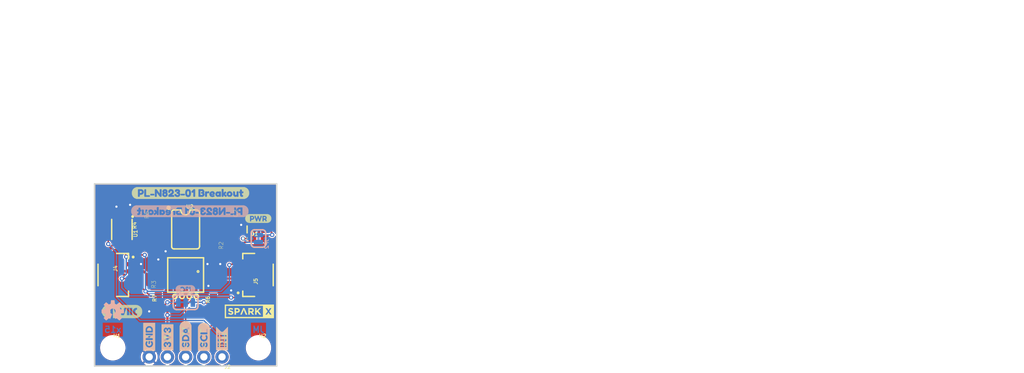
<source format=kicad_pcb>
(kicad_pcb (version 20211014) (generator pcbnew)
  (layers (0 "F.Cu" signal) (31 "B.Cu" signal) (34 "B.Paste" user) (35 "F.Paste" user) (36 "B.SilkS" user "B.Silkscreen") (37 "F.SilkS" user "F.Silkscreen") (38 "B.Mask" user) (39 "F.Mask" user) (44 "Edge.Cuts" user))
  (net 0 "")
  (net 1 "GND")
  (net 2 "N$2")
  (net 3 "SOURCE")
  (net 4 "SIGNAL")
  (net 5 "SDA")
  (net 6 "SCL")
  (net 7 "N$1")
  (net 8 "N$4")
  (net 9 "N$5")
  (net 10 "N$6")
  (net 11 "N$3")
  (net 12 "~{INT}")
  (net 13 "3.3V")
  (footprint "eagleBoard:SO08" (layer "F.Cu") (at 148.5011 98.6536 -90)
    (fp_text reference "U2" (at -3.175 0) (layer "F.SilkS") (effects (font (size 0.512064 0.512064) (thickness 0.097536)) (justify left)))
    (fp_text value "LMV358")
    (pad "1" smd rect (at -1.905 2.8 270) (size 0.6 1.2) (layers "F.Cu" "F.Paste" "F.Mask") (net 4 "SIGNAL"))
    (pad "2" smd rect (at -0.635 2.8 270) (size 0.6 1.2) (layers "F.Cu" "F.Paste" "F.Mask") (net 7 "N$1"))
    (pad "3" smd rect (at 0.635 2.8 270) (size 0.6 1.2) (layers "F.Cu" "F.Paste" "F.Mask") (net 3 "SOURCE"))
    (pad "4" smd rect (at 1.905 2.8 270) (size 0.6 1.2) (layers "F.Cu" "F.Paste" "F.Mask") (net 1 "GND"))
    (pad "5" smd rect (at 1.905 -2.8 270) (size 0.6 1.2) (layers "F.Cu" "F.Paste" "F.Mask"))
    (pad "6" smd rect (at 0.635 -2.8 270) (size 0.6 1.2) (layers "F.Cu" "F.Paste" "F.Mask"))
    (pad "7" smd rect (at -0.635 -2.8 270) (size 0.6 1.2) (layers "F.Cu" "F.Paste" "F.Mask"))
    (pad "8" smd rect (at -1.905 -2.8 270) (size 0.6 1.2) (layers "F.Cu" "F.Paste" "F.Mask") (net 13 "3.3V"))
  )
  (footprint "eagleBoard:SDA-[)" (layer "F.Cu") (at 148.5011 116.0526 90)
    (fp_text reference "U$2" hide)
    (fp_text value "" hide)
  )
  (footprint "eagleBoard:SPARKX-SMALL" (layer "F.Cu") (at 157.3911 110.0836)
    (fp_text reference "U$10" hide)
    (fp_text value "" hide)
  )
  (footprint "eagleBoard:0603" (layer "F.Cu") (at 153.5811 98.6536 -90)
    (fp_text reference "R2" (at 1.651 0.127 90) (layer "F.SilkS") (effects (font (size 0.570586 0.570586) (thickness 0.039014)) (justify right)))
    (fp_text value "10k")
    (pad "1" smd rect (at -0.85 0 270) (size 1.1 1) (layers "F.Cu" "F.Paste" "F.Mask") (net 13 "3.3V"))
    (pad "2" smd rect (at 0.85 0 270) (size 1.1 1) (layers "F.Cu" "F.Paste" "F.Mask") (net 2 "N$2"))
  )
  (footprint "eagleBoard:PWR-()-03" (layer "F.Cu") (at 156.7561 97.1296)
    (fp_text reference "U$9" hide)
    (fp_text value "" hide)
  )
  (footprint "eagleBoard:0603" (layer "F.Cu") (at 144.6911 105.0036 90)
    (fp_text reference "R3" (at -1.905 -0.635 90) (layer "F.SilkS") (effects (font (size 0.570586 0.570586) (thickness 0.039014)) (justify left)))
    (fp_text value "47k")
    (pad "1" smd rect (at -0.85 0 90) (size 1.1 1) (layers "F.Cu" "F.Paste" "F.Mask") (net 3 "SOURCE"))
    (pad "2" smd rect (at 0.85 0 90) (size 1.1 1) (layers "F.Cu" "F.Paste" "F.Mask") (net 1 "GND"))
  )
  (footprint "eagleBoard:0603" (layer "F.Cu") (at 158.6611 99.9236)
    (fp_text reference "R1" (at -2.413 0.127) (layer "F.SilkS") (effects (font (size 0.570586 0.570586) (thickness 0.039014)) (justify left)))
    (fp_text value "27")
    (pad "1" smd rect (at -0.85 0) (size 1.1 1) (layers "F.Cu" "F.Paste" "F.Mask") (net 11 "N$3"))
    (pad "2" smd rect (at 0.85 0) (size 1.1 1) (layers "F.Cu" "F.Paste" "F.Mask") (net 13 "3.3V"))
  )
  (footprint "eagleBoard:MSOP10" (layer "F.Cu") (at 139.6111 98.6536 180)
    (fp_text reference "U1" (at -1.905 0 90) (layer "F.SilkS") (effects (font (size 0.512064 0.512064) (thickness 0.097536)) (justify right)))
    (fp_text value "ADS1015")
    (pad "1" smd rect (at -1 2.05 180) (size 0.3 1) (layers "F.Cu") (net 1 "GND"))
    (pad "2" smd rect (at -0.5 2.05 180) (size 0.3 1) (layers "F.Cu") (net 12 "~{INT}"))
    (pad "3" smd rect (at 0 2.05 180) (size 0.3 1) (layers "F.Cu") (net 1 "GND"))
    (pad "4" smd rect (at 0.5 2.05 180) (size 0.3 1) (layers "F.Cu") (net 4 "SIGNAL"))
    (pad "5" smd rect (at 1 2.05 180) (size 0.3 1) (layers "F.Cu"))
    (pad "6" smd rect (at 1 -2.05) (size 0.3 1) (layers "F.Cu"))
    (pad "7" smd rect (at 0.5 -2.05) (size 0.3 1) (layers "F.Cu"))
    (pad "8" smd rect (at 0 -2.05) (size 0.3 1) (layers "F.Cu") (net 13 "3.3V"))
    (pad "9" smd rect (at -0.5 -2.05) (size 0.3 1) (layers "F.Cu") (net 5 "SDA"))
    (pad "10" smd rect (at -1 -2.05) (size 0.3 1) (layers "F.Cu") (net 6 "SCL"))
  )
  (footprint "eagleBoard:DUMMY" (layer "F.Cu") (at 135.8011 117.7036)
    (fp_text reference "FRAME1" hide)
    (fp_text value "FRAME-LETTERNO_PACKAGE" hide)
  )
  (footprint "eagleBoard:1X05_NO_SILK" (layer "F.Cu") (at 153.5811 116.4336 180)
    (fp_text reference "J2" (at -1.27 -1.397) (layer "F.SilkS") (effects (font (size 0.512064 0.512064) (thickness 0.097536)) (justify right)))
    (fp_text value "")
    (pad "1" thru_hole circle (at 0 0 270) (size 1.8796 1.8796) (drill 1.016) (layers *.Cu *.Mask) (net 12 "~{INT}"))
    (pad "2" thru_hole circle (at 2.54 0 270) (size 1.8796 1.8796) (drill 1.016) (layers *.Cu *.Mask) (net 6 "SCL"))
    (pad "3" thru_hole circle (at 5.08 0 270) (size 1.8796 1.8796) (drill 1.016) (layers *.Cu *.Mask) (net 5 "SDA"))
    (pad "4" thru_hole circle (at 7.62 0 270) (size 1.8796 1.8796) (drill 1.016) (layers *.Cu *.Mask) (net 13 "3.3V"))
    (pad "5" thru_hole circle (at 10.16 0 270) (size 1.8796 1.8796) (drill 1.016) (layers *.Cu *.Mask) (net 1 "GND"))
  )
  (footprint "eagleBoard:JST04_1MM_RA" (layer "F.Cu") (at 140.8811 105.0036 -90)
    (fp_text reference "J4" (at -1.397 2.159 90) (layer "F.SilkS") (effects (font (size 0.512064 0.512064) (thickness 0.097536)) (justify right)))
    (fp_text value "")
    (pad "1" smd rect (at -1.5 0 270) (size 0.6 1.35) (layers "F.Cu" "F.Paste" "F.Mask") (net 1 "GND"))
    (pad "2" smd rect (at -0.5 0 270) (size 0.6 1.35) (layers "F.Cu" "F.Paste" "F.Mask") (net 13 "3.3V"))
    (pad "3" smd rect (at 0.5 0 270) (size 0.6 1.35) (layers "F.Cu" "F.Paste" "F.Mask") (net 5 "SDA"))
    (pad "4" smd rect (at 1.5 0 270) (size 0.6 1.35) (layers "F.Cu" "F.Paste" "F.Mask") (net 6 "SCL"))
    (pad "NC1" smd rect (at 2.8 3.675 270) (size 1.2 2) (layers "F.Cu" "F.Paste" "F.Mask"))
    (pad "NC2" smd rect (at -2.8 3.675 270) (size 1.2 2) (layers "F.Cu" "F.Paste" "F.Mask"))
  )
  (footprint "eagleBoard:0603" (layer "F.Cu") (at 142.1511 98.6536 90)
    (fp_text reference "R4" (at 0 -0.762 90) (layer "F.SilkS") (effects (font (size 0.512064 0.512064) (thickness 0.097536)) (justify left)))
    (fp_text value "1.20k")
    (pad "1" smd rect (at -0.85 0 90) (size 1.1 1) (layers "F.Cu" "F.Paste" "F.Mask") (net 7 "N$1"))
    (pad "2" smd rect (at 0.85 0 90) (size 1.1 1) (layers "F.Cu" "F.Paste" "F.Mask") (net 4 "SIGNAL"))
  )
  (footprint "eagleBoard:QWIIC_COPYRIGHT_SMALL" (layer "F.Cu") (at 139.6111 110.0836)
    (fp_text reference "U$1" hide)
    (fp_text value "" hide)
  )
  (footprint "eagleBoard:PRODUCTION_INSTRUCTIONS" (layer "F.Cu") (at 163.7411 66.9036)
    (fp_text reference "U$3" hide)
    (fp_text value "" hide)
  )
  (footprint "eagleBoard:GND-04" (layer "F.Cu") (at 143.4211 116.0526 90)
    (fp_text reference "U$17" hide)
    (fp_text value "" hide)
  )
  (footprint "eagleBoard:0603" (layer "F.Cu") (at 144.6911 108.8136 90)
    (fp_text reference "R7" (at 0 -0.508 90) (layer "F.SilkS") (effects (font (size 0.512064 0.512064) (thickness 0.097536)) (justify left)))
    (fp_text value "2.2k")
    (pad "1" smd rect (at -0.85 0 90) (size 1.1 1) (layers "F.Cu" "F.Paste" "F.Mask") (net 8 "N$4"))
    (pad "2" smd rect (at 0.85 0 90) (size 1.1 1) (layers "F.Cu" "F.Paste" "F.Mask") (net 6 "SCL"))
  )
  (footprint "eagleBoard:FIDUCIAL-MICRO" (layer "F.Cu") (at 136.8171 93.3196)
    (fp_text reference "FD1" hide)
    (fp_text value "FIDUCIALUFIDUCIAL" hide)
    (pad "1" smd roundrect (at 0 0) (size 0.635 0.635) (layers "F.Cu" "F.Mask") (roundrect_rratio 0.5))
  )
  (footprint "eagleBoard:STAND-OFF-TIGHT" (layer "F.Cu") (at 158.6611 115.1636)
    (fp_text reference "H2" (at 0 -1.651) (layer "F.SilkS") (effects (font (size 0.512064 0.512064) (thickness 0.097536)) (justify left)))
    (fp_text value "STAND-OFFTIGHT")
    (pad "" np_thru_hole circle (at 0 0) (size 3.048 3.048) (drill 3.048) (layers *.Cu *.Mask))
  )
  (footprint "eagleBoard:LED-0603" (layer "F.Cu") (at 158.6611 98.6536 180)
    (fp_text reference "D1" (at 0 -0.635) (layer "F.SilkS") (effects (font (size 0.512064 0.512064) (thickness 0.097536)) (justify right)))
    (fp_text value "BLUE")
    (pad "A" smd roundrect (at -0.877 0 90) (size 1 1) (layers "F.Cu" "F.Paste" "F.Mask") (roundrect_rratio 0.15) (net 10 "N$6"))
    (pad "C" smd roundrect (at 0.877 0 90) (size 1 1) (layers "F.Cu" "F.Paste" "F.Mask") (roundrect_rratio 0.15) (net 1 "GND"))
  )
  (footprint "eagleBoard:INT#-[_-04" (layer "F.Cu") (at 153.5811 116.1796 90)
    (fp_text reference "U$6" hide)
    (fp_text value "" hide)
  )
  (footprint "eagleBoard:PL-N823-01" (layer "F.Cu") (at 148.5011 105.0036)
    (fp_text reference "U3")
    (fp_text value "PL-N823-01")
    (pad "DRAIN" smd rect (at -1.125 1.6125) (size 1.05 1.475) (layers "F.Cu" "F.Paste" "F.Mask") (net 13 "3.3V"))
    (pad "GND@1" smd rect (at 1.125 -1.6125) (size 1.05 1.475) (layers "F.Cu" "F.Paste" "F.Mask") (net 1 "GND"))
    (pad "GND@2" smd rect (at 1.125 1.6125) (size 1.05 1.475) (layers "F.Cu" "F.Paste" "F.Mask") (net 1 "GND"))
    (pad "SOURCE" smd rect (at -1.125 -1.6125) (size 1.05 1.475) (layers "F.Cu" "F.Paste" "F.Mask") (net 3 "SOURCE"))
  )
  (footprint "eagleBoard:3V3-04" (layer "F.Cu") (at 145.9611 116.0526 90)
    (fp_text reference "U$15" hide)
    (fp_text value "" hide)
  )
  (footprint "eagleBoard:0603" (layer "F.Cu") (at 152.3746 109.0041 90)
    (fp_text reference "R6" (at 0 -0.762 90) (layer "F.SilkS") (effects (font (size 0.512064 0.512064) (thickness 0.097536)) (justify left)))
    (fp_text value "2.2k")
    (pad "1" smd rect (at -0.85 0 90) (size 1.1 1) (layers "F.Cu" "F.Paste" "F.Mask") (net 9 "N$5"))
    (pad "2" smd rect (at 0.85 0 90) (size 1.1 1) (layers "F.Cu" "F.Paste" "F.Mask") (net 5 "SDA"))
  )
  (footprint "eagleBoard:0603" (layer "F.Cu") (at 154.8511 98.6536 90)
    (fp_text reference "C2" (at 1.651 0.635 90) (layer "F.SilkS") (effects (font (size 0.570586 0.570586) (thickness 0.039014)) (justify left)))
    (fp_text value "0.1uF")
    (pad "1" smd rect (at -0.85 0 90) (size 1.1 1) (layers "F.Cu" "F.Paste" "F.Mask") (net 2 "N$2"))
    (pad "2" smd rect (at 0.85 0 90) (size 1.1 1) (layers "F.Cu" "F.Paste" "F.Mask") (net 1 "GND"))
  )
  (footprint "eagleBoard:SCL-[)" (layer "F.Cu") (at 151.0411 116.0526 90)
    (fp_text reference "U$12" hide)
    (fp_text value "" hide)
  )
  (footprint "eagleBoard:FIDUCIAL-MICRO" (layer "F.Cu") (at 160.4391 116.9416)
    (fp_text reference "FD2" hide)
    (fp_text value "FIDUCIALUFIDUCIAL" hide)
    (pad "1" smd roundrect (at 0 0) (size 0.635 0.635) (layers "F.Cu" "F.Mask") (roundrect_rratio 0.5))
  )
  (footprint "eagleBoard:PL#N823#01_BREAKOUT0" (layer "F.Cu") (at 140.8811 93.5736)
    (fp_text reference "U$8" hide)
    (fp_text value "" hide)
  )
  (footprint "eagleBoard:0603" (layer "F.Cu") (at 143.4211 98.6536 -90)
    (fp_text reference "R5" (at -2.6035 0.3175 90) (layer "F.SilkS") (effects (font (size 0.570586 0.570586) (thickness 0.039014)) (justify right)))
    (fp_text value "1k")
    (pad "1" smd rect (at -0.85 0 270) (size 1.1 1) (layers "F.Cu" "F.Paste" "F.Mask") (net 1 "GND"))
    (pad "2" smd rect (at 0.85 0 270) (size 1.1 1) (layers "F.Cu" "F.Paste" "F.Mask") (net 7 "N$1"))
  )
  (footprint "eagleBoard:STAND-OFF-TIGHT" (layer "F.Cu") (at 138.3411 115.1636)
    (fp_text reference "H1" (at 0 -1.651) (layer "F.SilkS") (effects (font (size 0.512064 0.512064) (thickness 0.097536)) (justify left)))
    (fp_text value "STAND-OFFTIGHT")
    (pad "" np_thru_hole circle (at 0 0) (size 3.048 3.048) (drill 3.048) (layers *.Cu *.Mask))
  )
  (footprint "eagleBoard:JST04_1MM_RA" (layer "F.Cu") (at 156.1211 105.0036 90)
    (fp_text reference "J5" (at -1.397 2.159 90) (layer "F.SilkS") (effects (font (size 0.512064 0.512064) (thickness 0.097536)) (justify left)))
    (fp_text value "")
    (pad "1" smd rect (at -1.5 0 90) (size 0.6 1.35) (layers "F.Cu" "F.Paste" "F.Mask") (net 1 "GND"))
    (pad "2" smd rect (at -0.5 0 90) (size 0.6 1.35) (layers "F.Cu" "F.Paste" "F.Mask") (net 13 "3.3V"))
    (pad "3" smd rect (at 0.5 0 90) (size 0.6 1.35) (layers "F.Cu" "F.Paste" "F.Mask") (net 5 "SDA"))
    (pad "4" smd rect (at 1.5 0 90) (size 0.6 1.35) (layers "F.Cu" "F.Paste" "F.Mask") (net 6 "SCL"))
    (pad "NC1" smd rect (at 2.8 3.675 90) (size 1.2 2) (layers "F.Cu" "F.Paste" "F.Mask"))
    (pad "NC2" smd rect (at -2.8 3.675 90) (size 1.2 2) (layers "F.Cu" "F.Paste" "F.Mask"))
  )
  (footprint "eagleBoard:SMT-JUMPER_2_NC_TRACE_SILK" (layer "B.Cu") (at 158.6611 99.9236 90)
    (fp_text reference "JP2" (at 0 1.143 90) (layer "B.SilkS") (effects (font (size 0.512064 0.512064) (thickness 0.097536)) (justify left mirror)))
    (fp_text value "JUMPER-SMT_2_NC_TRACE_SILK")
    (fp_poly (pts (xy -0.2032 -0.127) (xy 0.2032 -0.127) (xy 0.2032 0.127) (xy -0.2032 0.127)) (layer "B.Cu") (width 0) (fill solid))
    (pad "1" smd rect (at -0.508 0 90) (size 0.635 1.27) (layers "B.Cu" "B.Mask") (net 11 "N$3"))
    (pad "2" smd rect (at 0.508 0 90) (size 0.635 1.27) (layers "B.Cu" "B.Mask") (net 10 "N$6"))
  )
  (footprint "eagleBoard:SDA-[)" (layer "B.Cu") (at 148.5011 116.0526 90)
    (fp_text reference "U$13" hide)
    (fp_text value "" hide)
  )
  (footprint "eagleBoard:SMT-JUMPER_3_2-NC_TRACE_SILK" (layer "B.Cu") (at 148.5011 108.8136 180)
    (fp_text reference "JP1" (at 0 1.143) (layer "B.SilkS") (effects (font (size 0.512064 0.512064) (thickness 0.097536)) (justify left mirror)))
    (fp_text value "JUMPER-SMT_3_2-NC_TRACE_SILK")
    (fp_poly (pts (xy -0.7112 -0.127) (xy -0.3048 -0.127) (xy -0.3048 0.127) (xy -0.7112 0.127)) (layer "B.Cu") (width 0) (fill solid))
    (fp_poly (pts (xy 0.3048 -0.127) (xy 0.7112 -0.127) (xy 0.7112 0.127) (xy 0.3048 0.127)) (layer "B.Cu") (width 0) (fill solid))
    (pad "1" smd rect (at -1.016 0 180) (size 0.635 1.27) (layers "B.Cu" "B.Mask") (net 9 "N$5"))
    (pad "2" smd rect (at 0 0 180) (size 0.635 1.27) (layers "B.Cu" "B.Mask") (net 13 "3.3V"))
    (pad "3" smd rect (at 1.016 0 180) (size 0.635 1.27) (layers "B.Cu" "B.Mask") (net 8 "N$4"))
  )
  (footprint "eagleBoard:OSHW-LOGO-S" (layer "B.Cu") (at 138.3411 110.0836 180)
    (fp_text reference "U$7" hide)
    (fp_text value "" hide)
  )
  (footprint "eagleBoard:GND-04" (layer "B.Cu") (at 143.4211 116.0526 90)
    (fp_text reference "U$18" hide)
    (fp_text value "" hide)
  )
  (footprint "eagleBoard:SCL-[)" (layer "B.Cu") (at 151.0411 116.0526 90)
    (fp_text reference "U$14" hide)
    (fp_text value "" hide)
  )
  (footprint "eagleBoard:I_SUPER2_C-()-03" (layer "B.Cu") (at 149.8981 107.0356 180)
    (fp_text reference "U$5" hide)
    (fp_text value "" hide)
  )
  (footprint "eagleBoard:3V3-04" (layer "B.Cu") (at 145.9611 116.0526 90)
    (fp_text reference "U$16" hide)
    (fp_text value "" hide)
  )
  (footprint "eagleBoard:INT#-[_-04" (layer "B.Cu") (at 153.5811 116.1796 90)
    (fp_text reference "U$11" hide)
    (fp_text value "" hide)
  )
  (footprint "eagleBoard:PL#N823#01_BREAKOUT0" (layer "B.Cu") (at 157.3911 96.1136 180)
    (fp_text reference "U$4" hide)
    (fp_text value "" hide)
  )
  (gr_line (start 161.2011 92.3036) (end 161.2011 117.7036) (layer "Edge.Cuts") (width 0.2032))
  (gr_line (start 135.8011 92.3036) (end 161.2011 92.3036) (layer "Edge.Cuts") (width 0.2032))
  (gr_line (start 161.2011 117.7036) (end 135.8011 117.7036) (layer "Edge.Cuts") (width 0.2032))
  (gr_line (start 135.8011 92.3036) (end 135.8011 117.7036) (layer "Edge.Cuts") (width 0.2032))
  (gr_text "JM" (at 158.6611 112.6236) (layer "B.Cu") (effects (font (size 0.8636 0.8636) (thickness 0.1524)) (justify mirror)))
  (gr_text "x15" (at 138.3411 112.6236) (layer "B.Cu") (effects (font (size 0.8636 0.8636) (thickness 0.1524)) (justify mirror)))
  (via (at 151.6761 106.5276) (size 0.6096) (drill 0.3048) (layers "F.Cu" "B.Cu") (net 1))
  (via (at 151.5491 103.4796) (size 0.6096) (drill 0.3048) (layers "F.Cu" "B.Cu") (net 1))
  (via (at 143.4211 110.0836) (size 0.6096) (drill 0.3048) (layers "F.Cu" "B.Cu") (net 1))
  (via (at 144.6911 102.8446) (size 0.6096) (drill 0.3048) (layers "F.Cu" "B.Cu") (net 1))
  (via (at 140.7541 95.2246) (size 0.6096) (drill 0.3048) (layers "F.Cu" "B.Cu") (net 1))
  (via (at 153.3271 103.4796) (size 0.6096) (drill 0.3048) (layers "F.Cu" "B.Cu") (net 1))
  (via (at 145.7071 101.7016) (size 0.6096) (drill 0.3048) (layers "F.Cu" "B.Cu") (net 1))
  (via (at 142.2781 103.4796) (size 0.6096) (drill 0.3048) (layers "F.Cu" "B.Cu") (net 1))
  (via (at 156.2481 98.0186) (size 0.6096) (drill 0.3048) (layers "F.Cu" "B.Cu") (net 1))
  (via (at 138.8491 95.4786) (size 0.6096) (drill 0.3048) (layers "F.Cu" "B.Cu") (net 1))
  (via (at 154.8511 107.1626) (size 0.6096) (drill 0.3048) (layers "F.Cu" "B.Cu") (net 1))
  (segment (start 153.5811 99.5036) (end 154.8511 99.5036) (width 0.3048) (layer "F.Cu") (net 2))
  (segment (start 145.851412 105.8536) (end 147.3761 104.328913) (width 0.2032) (layer "F.Cu") (net 3))
  (segment (start 146.9771 99.2886) (end 147.3761 99.6876) (width 0.2032) (layer "F.Cu") (net 3))
  (segment (start 144.6911 105.8536) (end 145.851412 105.8536) (width 0.2032) (layer "F.Cu") (net 3))
  (segment (start 145.7011 99.2886) (end 146.9771 99.2886) (width 0.2032) (layer "F.Cu") (net 3))
  (segment (start 147.3761 104.328913) (end 147.3761 103.3911) (width 0.2032) (layer "F.Cu") (net 3))
  (segment (start 147.3761 99.6876) (end 147.3761 103.3911) (width 0.2032) (layer "F.Cu") (net 3))
  (segment (start 139.1111 97.3836) (end 139.5311 97.8036) (width 0.2032) (layer "F.Cu") (net 4))
  (segment (start 139.1111 96.6036) (end 139.1111 97.3836) (width 0.2032) (layer "F.Cu") (net 4))
  (segment (start 139.5311 97.8036) (end 142.1511 97.8036) (width 0.2032) (layer "F.Cu") (net 4))
  (segment (start 145.7011 96.7486) (end 142.2781 96.7486) (width 0.2032) (layer "F.Cu") (net 4))
  (segment (start 142.1511 96.8756) (end 142.1511 97.8036) (width 0.2032) (layer "F.Cu") (net 4))
  (segment (start 142.2781 96.7486) (end 142.1511 96.8756) (width 0.2032) (layer "F.Cu") (net 4))
  (segment (start 139.6191 105.5036) (end 140.8811 105.5036) (width 0.2032) (layer "F.Cu") (net 5))
  (segment (start 157.7721 107.5436) (end 157.7721 105.0036) (width 0.2032) (layer "F.Cu") (net 5))
  (segment (start 148.5011 109.3216) (end 149.6686 108.1541) (width 0.2032) (layer "F.Cu") (net 5))
  (segment (start 140.1111 102.354) (end 140.2207 102.4636) (width 0.2032) (layer "F.Cu") (net 5))
  (segment (start 154.8511 108.1541) (end 152.3746 108.1541) (width 0.2032) (layer "F.Cu") (net 5))
  (segment (start 157.7721 105.0036) (end 157.2721 104.5036) (width 0.2032) (layer "F.Cu") (net 5))
  (segment (start 148.5011 116.4336) (end 148.5011 109.3216) (width 0.2032) (layer "F.Cu") (net 5))
  (segment (start 139.6111 105.5116) (end 139.6191 105.5036) (width 0.2032) (layer "F.Cu") (net 5))
  (segment (start 157.1616 108.1541) (end 154.8511 108.1541) (width 0.2032) (layer "F.Cu") (net 5))
  (segment (start 157.1616 108.1541) (end 157.7721 107.5436) (width 0.2032) (layer "F.Cu") (net 5))
  (segment (start 140.1111 100.7036) (end 140.1111 102.354) (width 0.2032) (layer "F.Cu") (net 5))
  (segment (start 152.3746 108.1541) (end 149.6686 108.1541) (width 0.2032) (layer "F.Cu") (net 5))
  (segment (start 157.2721 104.5036) (end 156.1211 104.5036) (width 0.2032) (layer "F.Cu") (net 5))
  (via (at 139.6111 105.5116) (size 0.6096) (drill 0.3048) (layers "F.Cu" "B.Cu") (net 5))
  (via (at 140.2207 102.4636) (size 0.6096) (drill 0.3048) (layers "F.Cu" "B.Cu") (net 5))
  (via (at 154.8511 108.1541) (size 0.6096) (drill 0.3048) (layers "F.Cu" "B.Cu") (net 5))
  (segment (start 139.6111 105.5116) (end 139.6111 106.7816) (width 0.2032) (layer "B.Cu") (net 5))
  (segment (start 154.8511 108.1541) (end 154.8511 108.136888) (width 0.2032) (layer "B.Cu") (net 5))
  (segment (start 139.6111 106.7816) (end 140.7541 107.9246) (width 0.2032) (layer "B.Cu") (net 5))
  (segment (start 140.7541 107.9246) (end 154.638812 107.9246) (width 0.2032) (layer "B.Cu") (net 5))
  (segment (start 154.8511 108.136888) (end 154.638812 107.9246) (width 0.2032) (layer "B.Cu") (net 5))
  (segment (start 140.2207 104.902) (end 139.6111 105.5116) (width 0.2032) (layer "B.Cu") (net 5))
  (segment (start 140.2207 102.4636) (end 140.2207 104.902) (width 0.2032) (layer "B.Cu") (net 5))
  (segment (start 158.1277 104.3432) (end 158.1277 107.6909) (width 0.2032) (layer "F.Cu") (net 6))
  (segment (start 156.1211 103.5036) (end 157.2881 103.5036) (width 0.2032) (layer "F.Cu") (net 6))
  (segment (start 155.663 108.5097) (end 157.3089 108.5097) (width 0.2032) (layer "F.Cu") (net 6))
  (segment (start 151.0411 116.4336) (end 151.0411 113.1316) (width 0.2032) (layer "F.Cu") (net 6))
  (segment (start 157.3089 108.5097) (end 158.1277 107.6909) (width 0.2032) (layer "F.Cu") (net 6))
  (segment (start 143.5871 107.9636) (end 144.6911 107.9636) (width 0.2032) (layer "F.Cu") (net 6))
  (segment (start 140.6111 100.7036) (end 140.6111 101.5586) (width 0.2032) (layer "F.Cu") (net 6))
  (segment (start 154.7001 103.5036) (end 156.1211 103.5036) (width 0.2032) (layer "F.Cu") (net 6))
  (segment (start 140.6111 101.5586) (end 141.2621 102.2096) (width 0.2032) (layer "F.Cu") (net 6))
  (segment (start 151.0411 113.1316) (end 155.663 108.5097) (width 0.2032) (layer "F.Cu") (net 6))
  (segment (start 142.9131 107.2896) (end 143.5871 107.9636) (width 0.2032) (layer "F.Cu") (net 6))
  (segment (start 141.2621 102.2096) (end 142.7861 102.2096) (width 0.2032) (layer "F.Cu") (net 6))
  (segment (start 157.2881 103.5036) (end 158.1277 104.3432) (width 0.2032) (layer "F.Cu") (net 6))
  (segment (start 154.5971 103.6066) (end 154.7001 103.5036) (width 0.2032) (layer "F.Cu") (net 6))
  (segment (start 142.1271 106.5036) (end 142.9131 107.2896) (width 0.2032) (layer "F.Cu") (net 6))
  (segment (start 140.8811 106.5036) (end 142.1271 106.5036) (width 0.2032) (layer "F.Cu") (net 6))
  (via (at 142.7861 102.2096) (size 0.6096) (drill 0.3048) (layers "F.Cu" "B.Cu") (net 6))
  (via (at 142.9131 107.2896) (size 0.6096) (drill 0.3048) (layers "F.Cu" "B.Cu") (net 6))
  (via (at 154.5971 103.6066) (size 0.6096) (drill 0.3048) (layers "F.Cu" "B.Cu") (net 6))
  (segment (start 142.7861 102.2096) (end 142.9131 102.3366) (width 0.2032) (layer "B.Cu") (net 6))
  (segment (start 153.4541 107.2896) (end 154.5971 106.1466) (width 0.2032) (layer "B.Cu") (net 6))
  (segment (start 154.5971 106.1466) (end 154.5971 103.6066) (width 0.2032) (layer "B.Cu") (net 6))
  (segment (start 142.9131 107.2896) (end 153.4541 107.2896) (width 0.2032) (layer "B.Cu") (net 6))
  (segment (start 142.9131 102.3366) (end 142.9131 107.2896) (width 0.2032) (layer "B.Cu") (net 6))
  (segment (start 144.5641 98.3996) (end 144.5641 99.0346) (width 0.2032) (layer "F.Cu") (net 7))
  (segment (start 142.1511 99.5036) (end 143.4211 99.5036) (width 0.2032) (layer "F.Cu") (net 7))
  (segment (start 144.5641 99.0346) (end 144.0951 99.5036) (width 0.2032) (layer "F.Cu") (net 7))
  (segment (start 143.4211 99.5036) (end 144.0951 99.5036) (width 0.2032) (layer "F.Cu") (net 7))
  (segment (start 144.9451 98.0186) (end 144.5641 98.3996) (width 0.2032) (layer "F.Cu") (net 7))
  (segment (start 145.7011 98.0186) (end 144.9451 98.0186) (width 0.2032) (layer "F.Cu") (net 7))
  (segment (start 144.6911 109.6636) (end 145.1111 109.6636) (width 0.2032) (layer "F.Cu") (net 8))
  (segment (start 145.1111 109.6636) (end 145.9611 108.8136) (width 0.2032) (layer "F.Cu") (net 8))
  (via (at 145.9611 108.8136) (size 0.6096) (drill 0.3048) (layers "F.Cu" "B.Cu") (net 8))
  (segment (start 145.9611 108.8136) (end 147.4851 108.8136) (width 0.2032) (layer "B.Cu") (net 8))
  (segment (start 152.3746 109.8541) (end 151.3341 108.8136) (width 0.2032) (layer "F.Cu") (net 9))
  (segment (start 151.3341 108.8136) (end 151.0411 108.8136) (width 0.2032) (layer "F.Cu") (net 9))
  (via (at 151.0411 108.8136) (size 0.6096) (drill 0.3048) (layers "F.Cu" "B.Cu") (net 9))
  (segment (start 151.0411 108.8136) (end 149.5171 108.8136) (width 0.2032) (layer "B.Cu") (net 9))
  (segment (start 160.5661 99.1616) (end 160.0581 98.6536) (width 0.2032) (layer "F.Cu") (net 10))
  (segment (start 160.5661 99.1616) (end 160.5661 99.4156) (width 0.2032) (layer "F.Cu") (net 10))
  (segment (start 159.5381 98.6536) (end 160.0581 98.6536) (width 0.2032) (layer "F.Cu") (net 10))
  (via (at 160.5661 99.4156) (size 0.6096) (drill 0.3048) (layers "F.Cu" "B.Cu") (net 10))
  (segment (start 158.6611 99.4156) (end 160.5661 99.4156) (width 0.2032) (layer "B.Cu") (net 10))
  (segment (start 157.8111 99.9236) (end 156.5021 99.9236) (width 0.2032) (layer "F.Cu") (net 11))
  (via (at 156.5021 99.9236) (size 0.6096) (drill 0.3048) (layers "F.Cu" "B.Cu") (net 11))
  (segment (start 158.6611 100.4316) (end 157.0101 100.4316) (width 0.2032) (layer "B.Cu") (net 11))
  (segment (start 157.0101 100.4316) (end 156.5021 99.9236) (width 0.2032) (layer "B.Cu") (net 11))
  (segment (start 137.7061 100.6856) (end 137.7061 95.4786) (width 0.2032) (layer "F.Cu") (net 12))
  (segment (start 140.1111 95.3516) (end 139.6031 94.8436) (width 0.2032) (layer "F.Cu") (net 12))
  (segment (start 137.7061 95.4786) (end 138.3411 94.8436) (width 0.2032) (layer "F.Cu") (net 12))
  (segment (start 140.1111 96.6036) (end 140.1111 95.3516) (width 0.2032) (layer "F.Cu") (net 12))
  (segment (start 139.6031 94.8436) (end 138.3411 94.8436) (width 0.2032) (layer "F.Cu") (net 12))
  (via (at 137.7061 100.6856) (size 0.6096) (drill 0.3048) (layers "F.Cu" "B.Cu") (net 12))
  (segment (start 138.8491 108.0516) (end 142.1511 111.3536) (width 0.2032) (layer "B.Cu") (net 12))
  (segment (start 142.1511 111.3536) (end 151.0411 111.3536) (width 0.2032) (layer "B.Cu") (net 12))
  (segment (start 153.5811 113.8936) (end 153.5811 116.4336) (width 0.2032) (layer "B.Cu") (net 12))
  (segment (start 137.7061 100.6856) (end 138.8491 101.8286) (width 0.2032) (layer "B.Cu") (net 12))
  (segment (start 138.8491 101.8286) (end 138.8491 108.0516) (width 0.2032) (layer "B.Cu") (net 12))
  (segment (start 151.0411 111.3536) (end 153.5811 113.8936) (width 0.2032) (layer "B.Cu") (net 12))
  (segment (start 140.8811 104.5036) (end 139.9921 104.5036) (width 0.3048) (layer "F.Cu") (net 13))
  (segment (start 139.6111 104.1226) (end 139.6111 100.7036) (width 0.3048) (layer "F.Cu") (net 13))
  (segment (start 139.9921 104.5036) (end 139.6111 104.1226) (width 0.3048) (layer "F.Cu") (net 13))
  (segment (start 142.6671 104.5036) (end 143.0401 104.8766) (width 0.3048) (layer "F.Cu") (net 13))
  (segment (start 145.9611 110.5916) (end 145.9611 110.0836) (width 0.3048) (layer "F.Cu") (net 13))
  (segment (start 152.4381 96.7486) (end 153.2001 96.7486) (width 0.2032) (layer "F.Cu") (net 13))
  (segment (start 159.5111 99.9236) (end 159.5111 100.5976) (width 0.2032) (layer "F.Cu") (net 13))
  (segment (start 145.9611 116.4336) (end 145.9611 110.5916) (width 0.3048) (layer "F.Cu") (net 13))
  (segment (start 159.2961 100.8126) (end 152.4381 100.8126) (width 0.2032) (layer "F.Cu") (net 13))
  (segment (start 143.0401 106.2736) (end 143.7289 106.9624) (width 0.3048) (layer "F.Cu") (net 13))
  (segment (start 152.4381 100.8126) (end 152.4381 96.7486) (width 0.2032) (layer "F.Cu") (net 13))
  (segment (start 147.3761 105.5216) (end 147.3581 105.5036) (width 0.3048) (layer "F.Cu") (net 13))
  (segment (start 152.4381 105.5036) (end 147.3581 105.5036) (width 0.3048) (layer "F.Cu") (net 13))
  (segment (start 156.1211 105.5036) (end 152.4381 105.5036) (width 0.3048) (layer "F.Cu") (net 13))
  (segment (start 140.8811 104.5036) (end 142.6671 104.5036) (width 0.3048) (layer "F.Cu") (net 13))
  (segment (start 146.77615 105.5036) (end 145.31735 106.9624) (width 0.3048) (layer "F.Cu") (net 13))
  (segment (start 153.5811 97.8036) (end 153.5811 97.1296) (width 0.2032) (layer "F.Cu") (net 13))
  (segment (start 147.3581 105.5036) (end 146.77615 105.5036) (width 0.3048) (layer "F.Cu") (net 13))
  (segment (start 159.5111 100.5976) (end 159.2961 100.8126) (width 0.2032) (layer "F.Cu") (net 13))
  (segment (start 147.3761 106.6161) (end 147.3761 105.5216) (width 0.3048) (layer "F.Cu") (net 13))
  (segment (start 151.3011 96.7486) (end 152.4381 96.7486) (width 0.2032) (layer "F.Cu") (net 13))
  (segment (start 147.3761 106.6161) (end 147.3761 108.6686) (width 0.3048) (layer "F.Cu") (net 13))
  (segment (start 152.4381 100.8126) (end 152.4381 105.5036) (width 0.2032) (layer "F.Cu") (net 13))
  (segment (start 153.5811 97.1296) (end 153.2001 96.7486) (width 0.2032) (layer "F.Cu") (net 13))
  (segment (start 143.0401 104.8766) (end 143.0401 106.2736) (width 0.3048) (layer "F.Cu") (net 13))
  (segment (start 145.9611 110.0836) (end 147.3761 108.6686) (width 0.3048) (layer "F.Cu") (net 13))
  (segment (start 145.31735 106.9624) (end 143.7289 106.9624) (width 0.3048) (layer "F.Cu") (net 13))
  (via (at 145.9611 110.5916) (size 0.6096) (drill 0.3048) (layers "F.Cu" "B.Cu") (net 13))
  (segment (start 147.7391 110.5916) (end 145.9611 110.5916) (width 0.2032) (layer "B.Cu") (net 13))
  (segment (start 148.5011 109.8296) (end 147.7391 110.5916) (width 0.2032) (layer "B.Cu") (net 13))
  (segment (start 148.5011 108.8136) (end 148.5011 109.8296) (width 0.2032) (layer "B.Cu") (net 13))
  (zone (net 1) (net_name "GND") (layer "F.Cu") (priority 6) (connect_pads (clearance 0.000001)) (min_thickness 0.1016) (fill yes (thermal_gap 0.2532) (thermal_bridge_width 0.2532))
    (polygon (pts (xy 161.3027 117.8052) (xy 135.6995 117.8052) (xy 135.6995 92.202) (xy 161.3027 92.202)))
  )
  (zone (net 1) (net_name "GND") (layer "B.Cu") (priority 6) (connect_pads (clearance 0.000001)) (min_thickness 0.1016) (fill yes (thermal_gap 0.2532) (thermal_bridge_width 0.2532))
    (polygon (pts (xy 161.3027 117.8052) (xy 135.6995 117.8052) (xy 135.6995 92.202) (xy 161.3027 92.202)))
  )
)
</source>
